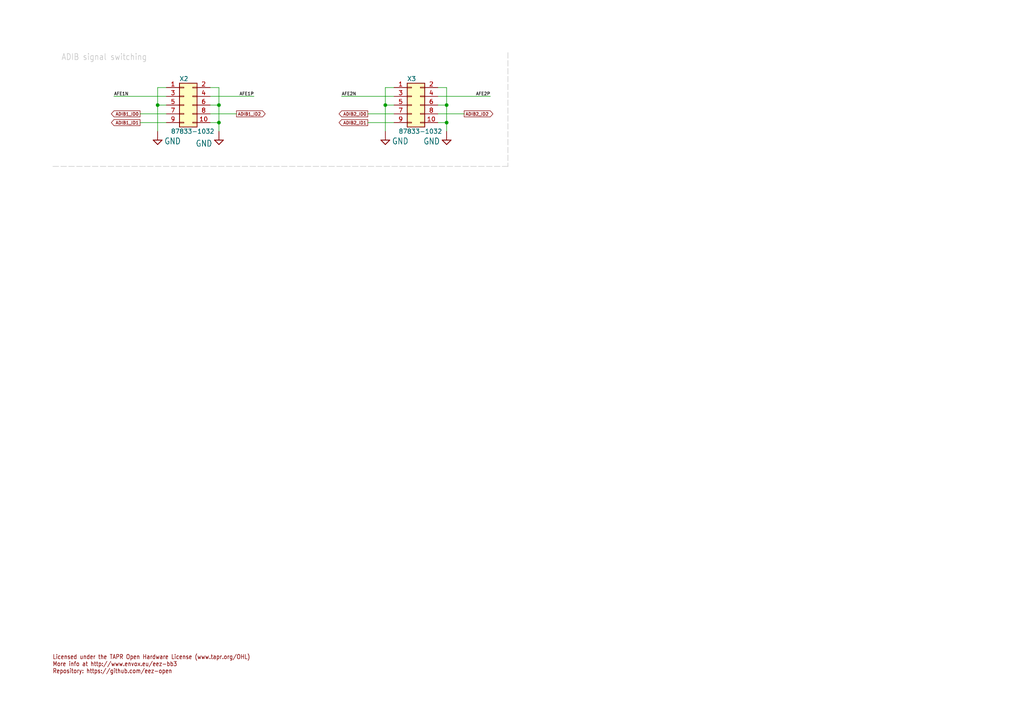
<source format=kicad_sch>
(kicad_sch (version 20231120) (generator "eeschema") (generator_version "8.0")
  (paper "A4")
  (title_block (title "${project_name}") (date "2024-12-15") (rev "${project_version}") (company "${project_creator}") (comment 1 "${project_url}") (comment 2 "${project_info}"))
  (lib_symbols
    (symbol "Connector_Generic:Conn_02x05_Odd_Even" (pin_names (offset 1.016) hide)
      (property "Reference" "J" (at 1.27 7.62 0))
      (property "Value" "Conn_02x05_Odd_Even" (at 1.27 -7.62 0))
      (symbol "Conn_02x05_Odd_Even_1_1"
        (rectangle (start -1.27 -4.953) (end 0 -5.207) (stroke (width 0.1524)))
        (rectangle (start -1.27 -2.413) (end 0 -2.667) (stroke (width 0.1524)))
        (rectangle (start -1.27 0.127) (end 0 -0.127) (stroke (width 0.1524)))
        (rectangle (start -1.27 2.667) (end 0 2.413) (stroke (width 0.1524)))
        (rectangle (start -1.27 5.207) (end 0 4.953) (stroke (width 0.1524)))
        (rectangle (start -1.27 6.35) (end 3.81 -6.35) (stroke (width 0.254)) (fill (type background)))
        (rectangle (start 3.81 -4.953) (end 2.54 -5.207) (stroke (width 0.1524)))
        (rectangle (start 3.81 -2.413) (end 2.54 -2.667) (stroke (width 0.1524)))
        (rectangle (start 3.81 0.127) (end 2.54 -0.127) (stroke (width 0.1524)))
        (rectangle (start 3.81 2.667) (end 2.54 2.413) (stroke (width 0.1524)))
        (rectangle (start 3.81 5.207) (end 2.54 4.953) (stroke (width 0.1524)))
        (pin passive line (at -5.08 5.08 0) (length 3.81) (name "Pin_1") (number "1"))
        (pin passive line (at 7.62 -5.08 180) (length 3.81) (name "Pin_10") (number "10"))
        (pin passive line (at 7.62 5.08 180) (length 3.81) (name "Pin_2") (number "2"))
        (pin passive line (at -5.08 2.54 0) (length 3.81) (name "Pin_3") (number "3"))
        (pin passive line (at 7.62 2.54 180) (length 3.81) (name "Pin_4") (number "4"))
        (pin passive line (at -5.08 0 0) (length 3.81) (name "Pin_5") (number "5"))
        (pin passive line (at 7.62 0 180) (length 3.81) (name "Pin_6") (number "6"))
        (pin passive line (at -5.08 -2.54 0) (length 3.81) (name "Pin_7") (number "7"))
        (pin passive line (at 7.62 -2.54 180) (length 3.81) (name "Pin_8") (number "8"))
        (pin passive line (at -5.08 -5.08 0) (length 3.81) (name "Pin_9") (number "9"))
      )
    )
    (symbol "PCM_EEZ_symbols:GND" (power)
      (property "Value" "GND" (at -1.905 -3.175 0))
      (symbol "GND_1_0"
        (polyline (pts (xy -1.27 0) (xy 1.27 0)) (stroke (width 0.254)))
        (polyline (pts (xy 0 -1.27) (xy -1.27 0)) (stroke (width 0.254)))
        (polyline (pts (xy 1.27 0) (xy 0 -1.27)) (stroke (width 0.254)))
        (pin power_in line (at 0 2.54 270) (length 2.54) (name "GND") (number "1"))
      )
    )
  )
  (junction (at 129.54 35.56))
  (junction (at 63.5 35.56))
  (junction (at 45.72 30.48))
  (junction (at 129.54 30.48))
  (junction (at 111.76 30.48))
  (junction (at 63.5 30.48))
  (wire (pts (xy 33.02 27.94) (xy 48.26 27.94)) (stroke (width 0.1524)))
  (wire (pts (xy 48.26 25.4) (xy 45.72 25.4)) (stroke (width 0.1524)))
  (wire (pts (xy 60.96 33.02) (xy 68.58 33.02)) (stroke (width 0.1524)))
  (wire (pts (xy 127 27.94) (xy 142.24 27.94)))
  (wire (pts (xy 111.76 25.4) (xy 111.76 30.48)) (stroke (width 0.1524)))
  (wire (pts (xy 127 33.02) (xy 134.62 33.02)) (stroke (width 0.1524)))
  (wire (pts (xy 127 25.4) (xy 129.54 25.4)) (stroke (width 0.1524)))
  (wire (pts (xy 129.54 25.4) (xy 129.54 30.48)) (stroke (width 0.1524)))
  (wire (pts (xy 63.5 25.4) (xy 63.5 30.48)) (stroke (width 0.1524)))
  (wire (pts (xy 60.96 27.94) (xy 73.66 27.94)))
  (wire (pts (xy 99.06 27.94) (xy 114.3 27.94)) (stroke (width 0.1524)))
  (wire (pts (xy 114.3 25.4) (xy 111.76 25.4)) (stroke (width 0.1524)))
  (wire (pts (xy 63.5 30.48) (xy 63.5 35.56)) (stroke (width 0.1524)))
  (wire (pts (xy 48.26 30.48) (xy 45.72 30.48)) (stroke (width 0.1524)))
  (wire (pts (xy 114.3 35.56) (xy 106.68 35.56)) (stroke (width 0.1524)))
  (wire (pts (xy 60.96 25.4) (xy 63.5 25.4)) (stroke (width 0.1524)))
  (polyline (pts (xy 147.32 15.24) (xy 147.32 48.26)) (stroke (width 0.1524) (type dash) (color 194 194 194 1)))
  (wire (pts (xy 45.72 30.48) (xy 45.72 38.1)) (stroke (width 0.1524)))
  (wire (pts (xy 48.26 33.02) (xy 40.64 33.02)) (stroke (width 0.1524)))
  (wire (pts (xy 127 30.48) (xy 129.54 30.48)) (stroke (width 0.1524)))
  (wire (pts (xy 129.54 35.56) (xy 129.54 38.1)) (stroke (width 0.1524)))
  (wire (pts (xy 48.26 35.56) (xy 40.64 35.56)) (stroke (width 0.1524)))
  (wire (pts (xy 60.96 30.48) (xy 63.5 30.48)) (stroke (width 0.1524)))
  (wire (pts (xy 60.96 35.56) (xy 63.5 35.56)) (stroke (width 0.1524)))
  (wire (pts (xy 114.3 33.02) (xy 106.68 33.02)) (stroke (width 0.1524)))
  (wire (pts (xy 45.72 25.4) (xy 45.72 30.48)) (stroke (width 0.1524)))
  (wire (pts (xy 127 35.56) (xy 129.54 35.56)) (stroke (width 0.1524)))
  (wire (pts (xy 114.3 30.48) (xy 111.76 30.48)) (stroke (width 0.1524)))
  (wire (pts (xy 63.5 35.56) (xy 63.5 38.1)) (stroke (width 0.1524)))
  (polyline (pts (xy 147.32 48.26) (xy 15.24 48.26)) (stroke (width 0.1524) (type dash) (color 194 194 194 1)))
  (wire (pts (xy 111.76 30.48) (xy 111.76 38.1)) (stroke (width 0.1524)))
  (wire (pts (xy 129.54 30.48) (xy 129.54 35.56)) (stroke (width 0.1524)))
  (text "Licensed under the TAPR Open Hardware License (www.tapr.org/OHL)\nMore info at http://www.envox.eu/eez-bb3\nRepository: https://github.com/eez-open" (at 15.24 195.58 0) (effects (font (size 1.27 1.0795)) (justify left bottom)))
  (text "ADIB signal switching" (at 17.78 17.78 0) (effects (font (size 1.778 1.5113)) (justify left bottom)))
  (label "AFE1N" (at 33.02 27.94 0) (effects (font (size 0.889 0.889))))
  (label "AFE2P" (at 142.24 27.94 180) (effects (font (size 0.889 0.889))))
  (label "AFE1P" (at 73.66 27.94 180) (effects (font (size 0.889 0.889))))
  (label "AFE2N" (at 99.06 27.94 0) (effects (font (size 0.889 0.889))))
  (global_label "ADIB2_ID2" (shape output) (at 134.62 33.02 0) (effects (font (size 0.889 0.889))) (property "Intersheetrefs" "${INTERSHEET_REFS}" (effects (hide yes))))
  (global_label "ADIB1_ID0" (shape output) (at 40.64 33.02 180) (effects (font (size 0.889 0.889))) (property "Intersheetrefs" "${INTERSHEET_REFS}" (effects (hide yes))))
  (global_label "ADIB1_ID2" (shape output) (at 68.58 33.02 0) (effects (font (size 0.889 0.889))) (property "Intersheetrefs" "${INTERSHEET_REFS}" (effects (hide yes))))
  (global_label "ADIB2_ID0" (shape output) (at 106.68 33.02 180) (effects (font (size 0.889 0.889))) (property "Intersheetrefs" "${INTERSHEET_REFS}" (effects (hide yes))))
  (global_label "ADIB2_ID1" (shape output) (at 106.68 35.56 180) (effects (font (size 0.889 0.889))) (property "Intersheetrefs" "${INTERSHEET_REFS}" (effects (hide yes))))
  (global_label "ADIB1_ID1" (shape output) (at 40.64 35.56 180) (effects (font (size 0.889 0.889))) (property "Intersheetrefs" "${INTERSHEET_REFS}" (effects (hide yes))))
  (symbol (lib_id "Connector_Generic:Conn_02x05_Odd_Even") (at 119.38 30.48 0) (unit 1)
    (property "Reference" "X3" (at 119.38 22.86 0))
    (property "Value" "87833-1032" (at 121.92 38.1 0))
    (property "Footprint" "PCM_EEZ_connectors:DS1014-10RF1B" (effects (hide yes)))
    (property "DigiKey" "WM8615-ND" (effects (hide yes)))
    (property "Mouser" "538-87833-1032 " (effects (hide yes)))
    (property "TME" "DS1014-10RF1B" (effects (hide yes)))
  )
  (symbol (lib_id "PCM_EEZ_symbols:GND") (at 111.76 40.64 0) (unit 1)
    (property "Reference" "#SUPPLY09" (effects (hide yes)))
    (property "Value" "GND" (at 113.665 41.91 0) (effects (font (size 1.778 1.5113)) (justify left bottom)))
  )
  (symbol (lib_id "PCM_EEZ_symbols:GND") (at 63.5 40.64 0) (unit 1)
    (property "Reference" "#SUPPLY08" (effects (hide yes)))
    (property "Value" "GND" (at 61.595 40.64 0) (effects (font (size 1.778 1.5113)) (justify right top)))
  )
  (symbol (lib_id "PCM_EEZ_symbols:GND") (at 129.54 40.64 0) (unit 1)
    (property "Reference" "#SUPPLY010" (effects (hide yes)))
    (property "Value" "GND" (at 127.635 40.005 0) (effects (font (size 1.778 1.5113)) (justify right top)))
  )
  (symbol (lib_id "Connector_Generic:Conn_02x05_Odd_Even") (at 53.34 30.48 0) (unit 1)
    (property "Reference" "X2" (at 53.34 22.86 0))
    (property "Value" "87833-1032" (at 55.88 38.1 0))
    (property "Footprint" "PCM_EEZ_connectors:DS1014-10RF1B" (effects (hide yes)))
    (property "DigiKey" "WM8615-ND" (effects (hide yes)))
    (property "Mouser" "538-87833-1032 " (effects (hide yes)))
    (property "TME" "DS1014-10RF1B" (effects (hide yes)))
  )
  (symbol (lib_id "PCM_EEZ_symbols:GND") (at 45.72 40.64 0) (unit 1)
    (property "Reference" "#SUPPLY07" (effects (hide yes)))
    (property "Value" "GND" (at 47.625 41.91 0) (effects (font (size 1.778 1.5113)) (justify left bottom)))
  )
)
</source>
